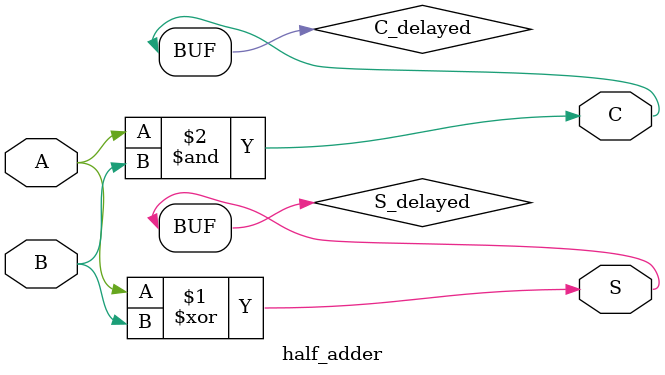
<source format=v>
`timescale 1ns / 1ps
module half_adder(
    output  S,
    output  C,
    input   A,
    input   B
    );

    wire #4 S_delayed, C_delayed;
    assign S = S_delayed;
    assign C = C_delayed;
	 
    xor (S_delayed, A, B);
    and (C_delayed, A, B);
endmodule

</source>
